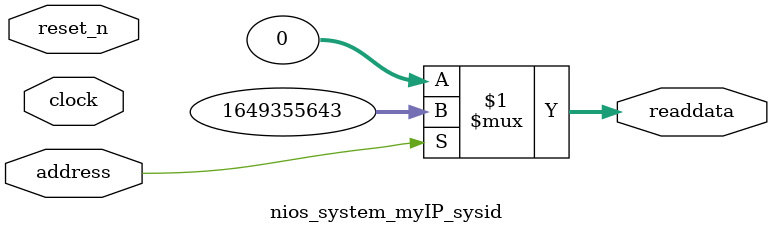
<source format=v>



// synthesis translate_off
`timescale 1ns / 1ps
// synthesis translate_on

// turn off superfluous verilog processor warnings 
// altera message_level Level1 
// altera message_off 10034 10035 10036 10037 10230 10240 10030 

module nios_system_myIP_sysid (
               // inputs:
                address,
                clock,
                reset_n,

               // outputs:
                readdata
             )
;

  output  [ 31: 0] readdata;
  input            address;
  input            clock;
  input            reset_n;

  wire    [ 31: 0] readdata;
  //control_slave, which is an e_avalon_slave
  assign readdata = address ? 1649355643 : 0;

endmodule



</source>
